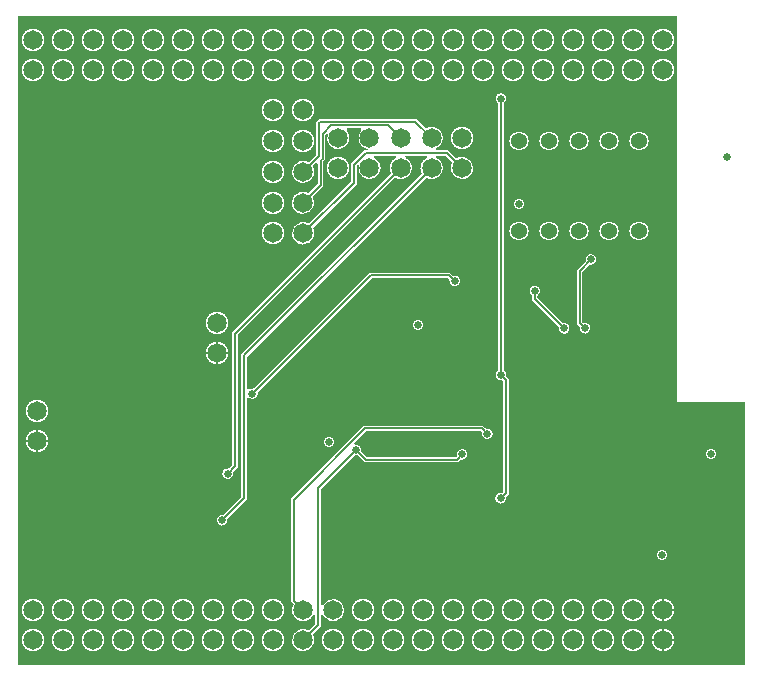
<source format=gbl>
G04 ================== begin FILE IDENTIFICATION RECORD ==================*
G04 Layout Name:  BBB_cape_tape_out.brd*
G04 Film Name:    BOTTOM*
G04 File Format:  Gerber RS274X*
G04 File Origin:  Cadence Allegro 16.6-P004*
G04 Origin Date:  Thu Sep 11 16:10:17 2014*
G04 *
G04 Layer:  VIA CLASS/BOTTOM*
G04 Layer:  PIN/BOTTOM*
G04 Layer:  ETCH/BOTTOM*
G04 *
G04 Offset:    (0.00 0.00)*
G04 Mirror:    No*
G04 Mode:      Positive*
G04 Rotation:  0*
G04 FullContactRelief:  No*
G04 UndefLineWidth:     5.00*
G04 ================== end FILE IDENTIFICATION RECORD ====================*
%FSLAX25Y25*MOIN*%
%IR0*IPPOS*OFA0.00000B0.00000*MIA0B0*SFA1.00000B1.00000*%
%ADD11C,.026*%
%ADD12C,.054*%
%ADD10C,.065*%
%ADD13C,.006*%
%ADD15C,.03604*%
%ADD16C,.06404*%
%ADD14C,.07504*%
G75*
%LPD*%
G75*
G36*
G01X611300Y1592400D02*
Y1808700D01*
X831000D01*
Y1680000D01*
X853700D01*
Y1592400D01*
X611300D01*
G37*
%LPC*%
G75*
G36*
G01X801837Y1725735D02*
X801732Y1725757D01*
X799332Y1723358D01*
Y1706742D01*
X799732Y1706343D01*
X799837Y1706365D01*
G02X798435Y1704963I363J-1765D01*
G01X798457Y1705068D01*
X797530Y1705996D01*
Y1724104D01*
X800457Y1727032D01*
X800435Y1727137D01*
G02X801837Y1725735I1765J363D01*
G37*
G36*
G01X784402Y1715440D02*
Y1714673D01*
X792832Y1706243D01*
X792937Y1706265D01*
G02X791535Y1704863I363J-1765D01*
G01X791557Y1704968D01*
X782598Y1713927D01*
Y1715440D01*
G02X784402I902J1560D01*
G37*
G36*
G01X772463Y1649665D02*
X772568Y1649643D01*
X773054Y1650128D01*
Y1686858D01*
X772654Y1687257D01*
X772549Y1687235D01*
G02X771298Y1690568I-363J1765D01*
G01Y1779540D01*
G02X773102I902J1560D01*
G01Y1690552D01*
G02X773951Y1688637I-916J-1552D01*
G01X773929Y1688532D01*
X774856Y1687604D01*
Y1649382D01*
X773843Y1648368D01*
X773865Y1648263D01*
G02X772463Y1649665I-1765J-363D01*
G37*
G36*
G01X681043Y1641068D02*
X681065Y1640963D01*
G02X679663Y1642365I-1765J-363D01*
G01X679768Y1642343D01*
X685698Y1648273D01*
Y1695873D01*
X745885Y1756060D01*
X745813Y1756192D01*
G02X747395Y1761342I3287J1808D01*
G03X747213Y1762098I-182J356D01*
G01X740687D01*
G03X740505Y1761342I0J-400D01*
G02X736862Y1754787I-1705J-3342D01*
G01X684502Y1702427D01*
Y1658227D01*
X682843Y1656568D01*
X682865Y1656463D01*
G02X681463Y1657865I-1765J-363D01*
G01X681568Y1657843D01*
X682698Y1658973D01*
Y1703173D01*
X735585Y1756060D01*
X735513Y1756192D01*
G02X737095Y1761342I3287J1808D01*
G03X736913Y1762098I-182J356D01*
G01X730287D01*
G03X730105Y1761342I0J-400D01*
G02X724745Y1758847I-1705J-3342D01*
G01X724770Y1758955D01*
X724550Y1759175D01*
X724102Y1758727D01*
Y1752727D01*
X709515Y1738140D01*
X709587Y1738008D01*
G02X708238Y1739413I-3288J-1807D01*
G01X722298Y1753473D01*
Y1759473D01*
X726727Y1763902D01*
X727952D01*
Y1764271D01*
X727785Y1764299D01*
G02X725714Y1770619I615J3701D01*
G03X725427Y1771298I-287J279D01*
G01X720973D01*
G03X720686Y1770619I0J-400D01*
G02X714520Y1769402I-2686J-2619D01*
G01X714569Y1769524D01*
X714334Y1769759D01*
X713652Y1769077D01*
Y1760777D01*
X713052Y1760177D01*
Y1751977D01*
X709415Y1748340D01*
X709487Y1748208D01*
G02X708138Y1749613I-3288J-1807D01*
G01X711248Y1752723D01*
Y1759408D01*
G03X710566Y1759691I-400J0D01*
G01X709515Y1758640D01*
X709587Y1758508D01*
G02X708108Y1759987I-3287J-1808D01*
G01X708240Y1759915D01*
X710648Y1762323D01*
Y1773423D01*
X711527Y1774302D01*
X744073D01*
X747160Y1771215D01*
X747292Y1771287D01*
G02X750805Y1764658I1808J-3287D01*
G03X750987Y1763902I182J-356D01*
G01X754573D01*
X757260Y1761215D01*
X757392Y1761287D01*
G02X755913Y1759808I1808J-3287D01*
G01X755985Y1759940D01*
X753827Y1762098D01*
X750987D01*
G03X750805Y1761342I0J-400D01*
G02X747292Y1754713I-1705J-3342D01*
G01X747160Y1754785D01*
X687502Y1695127D01*
Y1684413D01*
G03X688174Y1684120I400J0D01*
G02X689763Y1684565I1226J-1320D01*
G01X689868Y1684543D01*
X728396Y1723070D01*
X755404D01*
X756332Y1722143D01*
X756437Y1722165D01*
G02X755035Y1720763I363J-1765D01*
G01X755057Y1720868D01*
X754658Y1721268D01*
X729142D01*
X691143Y1683268D01*
X691165Y1683163D01*
G02X688174Y1681480I-1765J-363D01*
G03X687502Y1681187I-272J-293D01*
G01Y1647527D01*
X681043Y1641068D01*
G37*
G36*
G01X709515Y1602540D02*
X709587Y1602408D01*
G02X708108Y1603887I-3287J-1808D01*
G01X708240Y1603815D01*
X710398Y1605973D01*
Y1608713D01*
G03X709642Y1608895I-400J0D01*
G02X703013Y1612408I-3342J1705D01*
G01X703085Y1612540D01*
X702250Y1613375D01*
Y1647825D01*
X726496Y1672070D01*
X766304D01*
X767232Y1671143D01*
X767337Y1671165D01*
G02X765935Y1669763I363J-1765D01*
G01X765957Y1669868D01*
X765558Y1670268D01*
X727242D01*
X723454Y1666479D01*
G03X723766Y1665797I282J-283D01*
G02X725665Y1663637I134J-1797D01*
G01X725643Y1663532D01*
X727542Y1661632D01*
X757158D01*
X757557Y1662032D01*
X757535Y1662137D01*
G02X758937Y1660735I1765J363D01*
G01X758832Y1660757D01*
X757904Y1659830D01*
X726796D01*
X724368Y1662257D01*
X724263Y1662235D01*
G02X723537I-363J1765D01*
G01X723432Y1662257D01*
X712202Y1651027D01*
Y1612487D01*
G03X712958Y1612305I400J0D01*
G02Y1608895I3342J-1705D01*
G03X712202Y1608713I-356J-182D01*
G01Y1605227D01*
X709515Y1602540D01*
G37*
G54D15*
X714900Y1666700D03*
X744500Y1705800D03*
X778100Y1746100D03*
X825800Y1628900D03*
X842400Y1662800D03*
G54D16*
X778400Y1737100D03*
Y1767100D03*
X808400Y1737100D03*
X798400D03*
X788400D03*
Y1767100D03*
X798400D03*
X808400D03*
X818400Y1737100D03*
Y1767100D03*
G54D14*
X626300Y1610600D03*
X616300D03*
X626300Y1600600D03*
X616300D03*
X617700Y1676900D03*
Y1666900D03*
X626400Y1800500D03*
X616400D03*
X626400Y1790500D03*
X616400D03*
X656300Y1610600D03*
X646300D03*
X636300D03*
X656300Y1600600D03*
X646300D03*
X636300D03*
X656400Y1800500D03*
X646400D03*
X636400D03*
X656400Y1790500D03*
X646400D03*
X636400D03*
X686300Y1610600D03*
X676300D03*
X666300D03*
X686300Y1600600D03*
X676300D03*
X666300D03*
X677600Y1696300D03*
Y1706300D03*
X686400Y1800500D03*
X676400D03*
X666400D03*
X686400Y1790500D03*
X676400D03*
X666400D03*
X696300Y1610600D03*
X716300Y1600600D03*
X696300D03*
Y1736200D03*
X706300Y1767000D03*
X696300D03*
Y1756700D03*
X696200Y1746400D03*
X718000Y1758000D03*
X706400Y1777400D03*
X696400D03*
X716400Y1800500D03*
X706400D03*
X696400D03*
X716400Y1790500D03*
X706400D03*
X696400D03*
X746300Y1610600D03*
X736300D03*
X726300D03*
X746300Y1600600D03*
X736300D03*
X726300D03*
X746400Y1800500D03*
X736400D03*
X726400D03*
X746400Y1790500D03*
X736400D03*
X726400D03*
X776300Y1610600D03*
X766300D03*
X756300D03*
X776300Y1600600D03*
X766300D03*
X756300D03*
X759200Y1768000D03*
X776400Y1800500D03*
X766400D03*
X756400D03*
X776400Y1790500D03*
X766400D03*
X756400D03*
X806300Y1610600D03*
X796300D03*
X786300D03*
X806300Y1600600D03*
X796300D03*
X786300D03*
X806400Y1800500D03*
X796400D03*
X786400D03*
X806400Y1790500D03*
X796400D03*
X786400D03*
X826300Y1610600D03*
X816300D03*
X826300Y1600600D03*
X816300D03*
X826400Y1800500D03*
X816400D03*
X826400Y1790500D03*
X816400D03*
%LPD*%
G75*
G54D10*
X626300Y1610600D03*
X616300D03*
X626300Y1600600D03*
X616300D03*
X617700Y1676900D03*
Y1666900D03*
X626400Y1800500D03*
X616400D03*
X626400Y1790500D03*
X616400D03*
X656300Y1610600D03*
X646300D03*
X636300D03*
X656300Y1600600D03*
X646300D03*
X636300D03*
X656400Y1800500D03*
X646400D03*
X636400D03*
X656400Y1790500D03*
X646400D03*
X636400D03*
X686300Y1610600D03*
X676300D03*
X666300D03*
X686300Y1600600D03*
X676300D03*
X666300D03*
X677600Y1696300D03*
Y1706300D03*
X686400Y1800500D03*
X676400D03*
X666400D03*
X686400Y1790500D03*
X676400D03*
X666400D03*
X716300Y1610600D03*
X706300D03*
X696300D03*
X716300Y1600600D03*
X706300D03*
X696300D03*
X706300Y1736200D03*
X696300D03*
X706300Y1767000D03*
X696300D03*
X706300Y1756700D03*
X696300D03*
X706200Y1746400D03*
X696200D03*
X718000Y1768000D03*
Y1758000D03*
X706400Y1777400D03*
X696400D03*
X716400Y1800500D03*
X706400D03*
X696400D03*
X716400Y1790500D03*
X706400D03*
X696400D03*
X746300Y1610600D03*
X736300D03*
X726300D03*
X746300Y1600600D03*
X736300D03*
X726300D03*
X738800Y1768000D03*
Y1758000D03*
X728400Y1768000D03*
Y1758000D03*
X749100Y1768000D03*
Y1758000D03*
X746400Y1800500D03*
X736400D03*
X726400D03*
X746400Y1790500D03*
X736400D03*
X726400D03*
X776300Y1610600D03*
X766300D03*
X756300D03*
X776300Y1600600D03*
X766300D03*
X756300D03*
X759200Y1768000D03*
Y1758000D03*
X776400Y1800500D03*
X766400D03*
X756400D03*
X776400Y1790500D03*
X766400D03*
X756400D03*
X806300Y1610600D03*
X796300D03*
X786300D03*
X806300Y1600600D03*
X796300D03*
X786300D03*
X806400Y1800500D03*
X796400D03*
X786400D03*
X806400Y1790500D03*
X796400D03*
X786400D03*
X826300Y1610600D03*
X816300D03*
X826300Y1600600D03*
X816300D03*
X826400Y1800500D03*
X816400D03*
X826400Y1790500D03*
X816400D03*
G54D11*
X616500Y1702000D03*
X618300Y1730700D03*
X616600Y1713900D03*
X618300Y1744000D03*
X656600Y1625300D03*
X648200Y1625100D03*
X639400Y1624900D03*
X648500Y1636900D03*
X641400Y1730300D03*
X647700Y1713800D03*
X633000Y1714100D03*
X641400Y1743500D03*
X683900Y1625700D03*
X674700Y1625400D03*
X665700Y1625300D03*
X664100Y1636900D03*
X679300Y1640600D03*
X681100Y1656100D03*
X689400Y1682800D03*
X719500Y1679300D03*
X714900Y1666700D03*
X702200Y1717100D03*
X750400Y1647100D03*
X739600Y1637800D03*
X730200Y1630700D03*
X723900Y1664000D03*
X729600Y1690000D03*
X736400Y1705200D03*
X741800Y1684200D03*
X744500Y1705800D03*
X736100Y1732100D03*
X772100Y1647900D03*
X764000Y1628000D03*
X776400D03*
X759300Y1662500D03*
X767700Y1669400D03*
X761400Y1655400D03*
X772186Y1689000D03*
X752500Y1684300D03*
X756800Y1720400D03*
X778100Y1746100D03*
X772200Y1781100D03*
X790400Y1659600D03*
X800200Y1704600D03*
X793300Y1704500D03*
X789400Y1687300D03*
X802200Y1727500D03*
X783500Y1717000D03*
X811800Y1752600D03*
X792900D03*
X825800Y1628900D03*
X823300Y1673700D03*
X833800Y1674400D03*
X842400Y1662800D03*
X823100Y1689200D03*
X815100Y1698500D03*
X846400Y1610700D03*
Y1597200D03*
Y1622800D03*
X845000Y1674500D03*
X847600Y1761800D03*
G54D12*
X778400Y1737100D03*
Y1767100D03*
X808400Y1737100D03*
X798400D03*
X788400D03*
Y1767100D03*
X798400D03*
X808400D03*
X818400Y1737100D03*
Y1767100D03*
G54D13*
G01X617700Y1662948D02*
Y1666900D01*
G01D02*
Y1670852D01*
G01X613748Y1666900D02*
X617700D01*
G01D02*
X621652D01*
G01X679300Y1640600D02*
X686600Y1647900D01*
Y1695500D01*
X749100Y1758000D01*
G01X681100Y1656100D02*
X683600Y1658600D01*
Y1702800D01*
X738800Y1758000D01*
G01X677600Y1692348D02*
Y1696300D01*
G01D02*
Y1700252D01*
G01X673648Y1696300D02*
X677600D01*
G01D02*
X681552D01*
G01X756800Y1720400D02*
X755031Y1722169D01*
X728769D01*
X689400Y1682800D01*
G01X706300Y1600600D02*
X711300Y1605600D01*
Y1651400D01*
X723900Y1664000D01*
G01X706300Y1610600D02*
X703152Y1613748D01*
Y1647452D01*
X726869Y1671169D01*
X765931D01*
X767700Y1669400D01*
G01X706300Y1736200D02*
X723200Y1753100D01*
Y1759100D01*
X727100Y1763000D01*
X754200D01*
X759200Y1758000D01*
G01X738800Y1768000D02*
X734600Y1772200D01*
X715500D01*
X712750Y1769450D01*
Y1761150D01*
X712150Y1760550D01*
Y1752350D01*
X706200Y1746400D01*
G01X749100Y1768000D02*
X743700Y1773400D01*
X711900D01*
X711550Y1773050D01*
Y1761950D01*
X706300Y1756700D01*
G01X759300Y1662500D02*
X757531Y1660731D01*
X727169D01*
X723900Y1664000D01*
G01X772186Y1689000D02*
X773955Y1687231D01*
Y1649755D01*
X772100Y1647900D01*
G01X772186Y1689000D02*
X772200Y1689014D01*
Y1781100D01*
G01X800200Y1704600D02*
X798431Y1706369D01*
Y1723731D01*
X802200Y1727500D01*
G01X793300Y1704500D02*
X783500Y1714300D01*
Y1717000D01*
G01X826300Y1596648D02*
Y1600600D01*
G01D02*
Y1604552D01*
G01X822348Y1600600D02*
X826300D01*
G01D02*
X830252D01*
G01X826300Y1606648D02*
Y1610600D01*
G01D02*
Y1614552D01*
G01X822348Y1610600D02*
X826300D01*
G01D02*
X830252D01*
M02*

</source>
